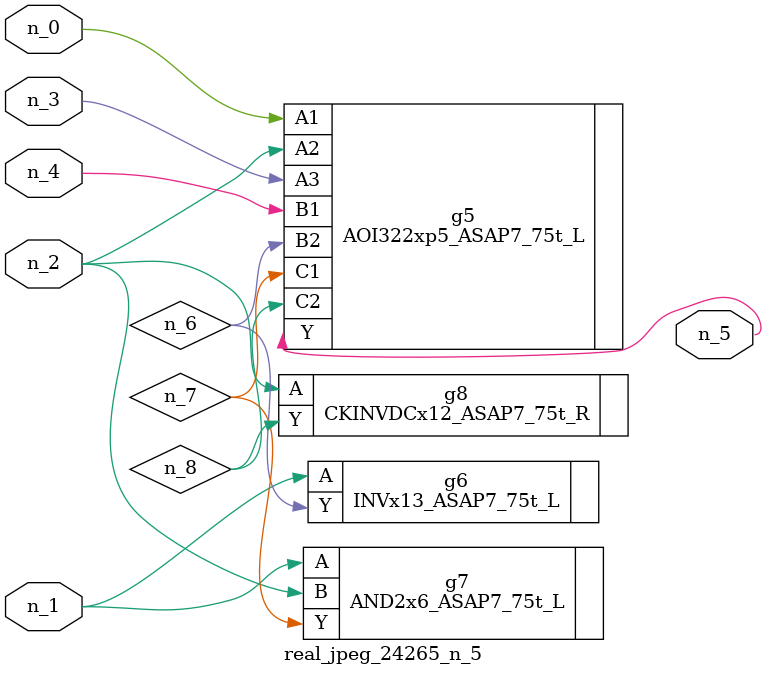
<source format=v>
module real_jpeg_24265_n_5 (n_4, n_0, n_1, n_2, n_3, n_5);

input n_4;
input n_0;
input n_1;
input n_2;
input n_3;

output n_5;

wire n_8;
wire n_6;
wire n_7;

AOI322xp5_ASAP7_75t_L g5 ( 
.A1(n_0),
.A2(n_2),
.A3(n_3),
.B1(n_4),
.B2(n_6),
.C1(n_7),
.C2(n_8),
.Y(n_5)
);

INVx13_ASAP7_75t_L g6 ( 
.A(n_1),
.Y(n_6)
);

AND2x6_ASAP7_75t_L g7 ( 
.A(n_1),
.B(n_2),
.Y(n_7)
);

CKINVDCx12_ASAP7_75t_R g8 ( 
.A(n_2),
.Y(n_8)
);


endmodule
</source>
